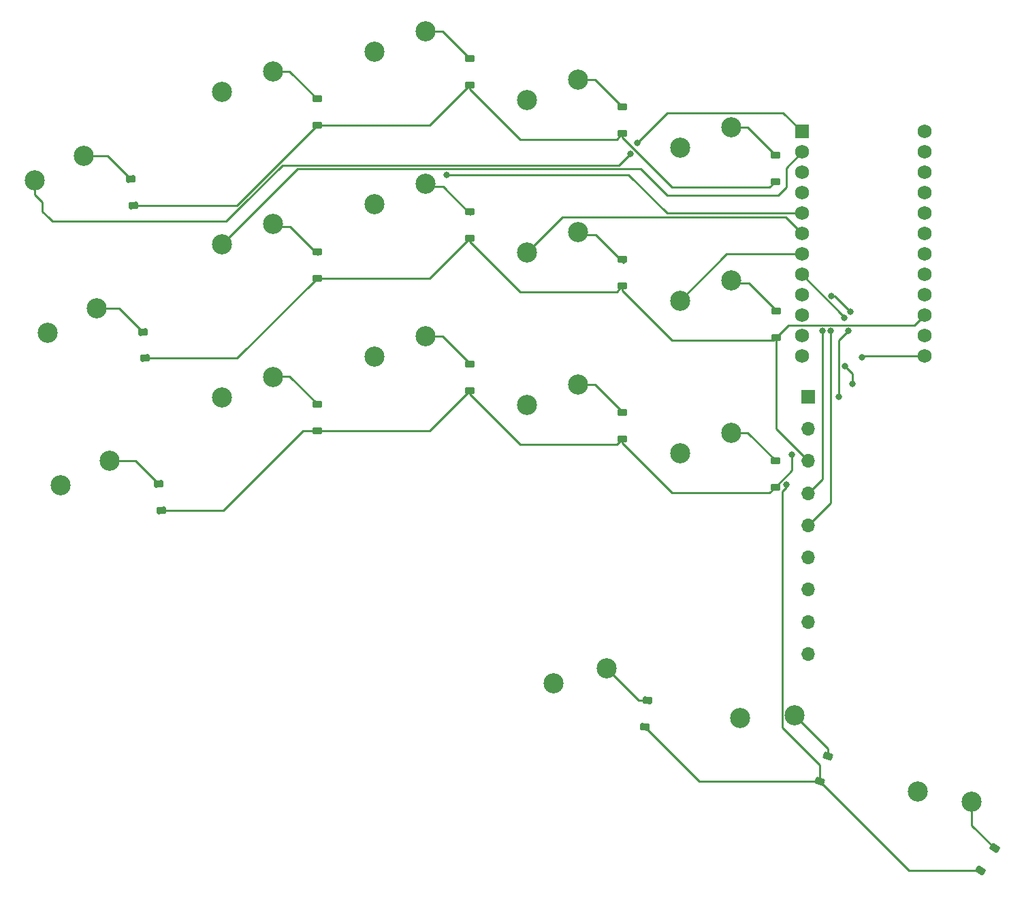
<source format=gbr>
%TF.GenerationSoftware,KiCad,Pcbnew,7.0.7*%
%TF.CreationDate,2023-09-27T07:47:07-06:00*%
%TF.ProjectId,keyboard - left,6b657962-6f61-4726-9420-2d206c656674,rev?*%
%TF.SameCoordinates,Original*%
%TF.FileFunction,Copper,L1,Top*%
%TF.FilePolarity,Positive*%
%FSLAX46Y46*%
G04 Gerber Fmt 4.6, Leading zero omitted, Abs format (unit mm)*
G04 Created by KiCad (PCBNEW 7.0.7) date 2023-09-27 07:47:07*
%MOMM*%
%LPD*%
G01*
G04 APERTURE LIST*
G04 Aperture macros list*
%AMRoundRect*
0 Rectangle with rounded corners*
0 $1 Rounding radius*
0 $2 $3 $4 $5 $6 $7 $8 $9 X,Y pos of 4 corners*
0 Add a 4 corners polygon primitive as box body*
4,1,4,$2,$3,$4,$5,$6,$7,$8,$9,$2,$3,0*
0 Add four circle primitives for the rounded corners*
1,1,$1+$1,$2,$3*
1,1,$1+$1,$4,$5*
1,1,$1+$1,$6,$7*
1,1,$1+$1,$8,$9*
0 Add four rect primitives between the rounded corners*
20,1,$1+$1,$2,$3,$4,$5,0*
20,1,$1+$1,$4,$5,$6,$7,0*
20,1,$1+$1,$6,$7,$8,$9,0*
20,1,$1+$1,$8,$9,$2,$3,0*%
G04 Aperture macros list end*
%TA.AperFunction,SMDPad,CuDef*%
%ADD10RoundRect,0.225000X0.375000X-0.225000X0.375000X0.225000X-0.375000X0.225000X-0.375000X-0.225000X0*%
%TD*%
%TA.AperFunction,ComponentPad*%
%ADD11C,2.500000*%
%TD*%
%TA.AperFunction,SMDPad,CuDef*%
%ADD12RoundRect,0.225000X0.393183X-0.191460X0.353963X0.256827X-0.393183X0.191460X-0.353963X-0.256827X0*%
%TD*%
%TA.AperFunction,SMDPad,CuDef*%
%ADD13RoundRect,0.225000X0.349427X-0.262966X0.396465X0.184569X-0.349427X0.262966X-0.396465X-0.184569X0*%
%TD*%
%TA.AperFunction,SMDPad,CuDef*%
%ADD14RoundRect,0.225000X0.281317X-0.334830X0.427822X0.090654X-0.281317X0.334830X-0.427822X-0.090654X0*%
%TD*%
%TA.AperFunction,ComponentPad*%
%ADD15R,1.700000X1.700000*%
%TD*%
%TA.AperFunction,ComponentPad*%
%ADD16O,1.700000X1.700000*%
%TD*%
%TA.AperFunction,ComponentPad*%
%ADD17R,1.752600X1.752600*%
%TD*%
%TA.AperFunction,ComponentPad*%
%ADD18C,1.752600*%
%TD*%
%TA.AperFunction,SMDPad,CuDef*%
%ADD19RoundRect,0.225000X0.198786X-0.389531X0.437250X-0.007909X-0.198786X0.389531X-0.437250X0.007909X0*%
%TD*%
%TA.AperFunction,ViaPad*%
%ADD20C,0.800000*%
%TD*%
%TA.AperFunction,Conductor*%
%ADD21C,0.250000*%
%TD*%
G04 APERTURE END LIST*
D10*
%TO.P,D14,1,K*%
%TO.N,R2*%
X88900000Y-97253631D03*
%TO.P,D14,2,A*%
%TO.N,Net-(D14-A)*%
X88900000Y-93953631D03*
%TD*%
%TO.P,D4,1,K*%
%TO.N,R4*%
X88900000Y-59253631D03*
%TO.P,D4,2,A*%
%TO.N,Net-(D4-A)*%
X88900000Y-55953631D03*
%TD*%
D11*
%TO.P,S8,1,1*%
%TO.N,C3*%
X58037381Y-68063631D03*
%TO.P,S8,2,2*%
%TO.N,Net-(D8-A)*%
X64387381Y-65523631D03*
%TD*%
%TO.P,S11,1,1*%
%TO.N,C4*%
X77037381Y-74063631D03*
%TO.P,S11,2,2*%
%TO.N,Net-(D9-A)*%
X83387381Y-71523631D03*
%TD*%
D12*
%TO.P,D6,1,K*%
%TO.N,R3*%
X29526764Y-87221459D03*
%TO.P,D6,2,A*%
%TO.N,Net-(D6-A)*%
X29239150Y-83934017D03*
%TD*%
D13*
%TO.P,D16,1,K*%
%TO.N,R1*%
X91681177Y-133075024D03*
%TO.P,D16,2,A*%
%TO.N,Net-(D16-A)*%
X92026121Y-129793102D03*
%TD*%
D11*
%TO.P,S2,1,1*%
%TO.N,C1*%
X17394293Y-84076908D03*
%TO.P,S2,2,2*%
%TO.N,Net-(D6-A)*%
X23498753Y-80993134D03*
%TD*%
D10*
%TO.P,D7,1,K*%
%TO.N,R3*%
X50900000Y-77253631D03*
%TO.P,D7,2,A*%
%TO.N,Net-(D7-A)*%
X50900000Y-73953631D03*
%TD*%
D11*
%TO.P,S5,1,1*%
%TO.N,C2*%
X39037381Y-73063631D03*
%TO.P,S5,2,2*%
%TO.N,Net-(D7-A)*%
X45387381Y-70523631D03*
%TD*%
D10*
%TO.P,D13,1,K*%
%TO.N,R2*%
X69900000Y-91253631D03*
%TO.P,D13,2,A*%
%TO.N,Net-(D13-A)*%
X69900000Y-87953631D03*
%TD*%
D12*
%TO.P,D1,1,K*%
%TO.N,R4*%
X28043807Y-68243721D03*
%TO.P,D1,2,A*%
%TO.N,Net-(D1-A)*%
X27756193Y-64956279D03*
%TD*%
D11*
%TO.P,S6,1,1*%
%TO.N,C2*%
X39037381Y-92063631D03*
%TO.P,S6,2,2*%
%TO.N,Net-(D12-A)*%
X45387381Y-89523631D03*
%TD*%
D14*
%TO.P,D17,1,K*%
%TO.N,R1*%
X113373789Y-139835406D03*
%TO.P,D17,2,A*%
%TO.N,Net-(D17-A)*%
X114448163Y-136715194D03*
%TD*%
D10*
%TO.P,D5,1,K*%
%TO.N,R4*%
X107900000Y-65250000D03*
%TO.P,D5,2,A*%
%TO.N,Net-(D5-A)*%
X107900000Y-61950000D03*
%TD*%
D11*
%TO.P,S1,1,1*%
%TO.N,C1*%
X15757016Y-65107143D03*
%TO.P,S1,2,2*%
%TO.N,Net-(D1-A)*%
X21861476Y-62023369D03*
%TD*%
%TO.P,S7,1,1*%
%TO.N,C3*%
X58037381Y-49063631D03*
%TO.P,S7,2,2*%
%TO.N,Net-(D3-A)*%
X64387381Y-46523631D03*
%TD*%
%TO.P,S16,1,1*%
%TO.N,C3*%
X80318702Y-127667700D03*
%TO.P,S16,2,2*%
%TO.N,Net-(D16-A)*%
X86899418Y-125805370D03*
%TD*%
%TO.P,S10,1,1*%
%TO.N,C4*%
X77037381Y-55063631D03*
%TO.P,S10,2,2*%
%TO.N,Net-(D4-A)*%
X83387381Y-52523631D03*
%TD*%
%TO.P,S18,1,1*%
%TO.N,C5*%
X125590908Y-141162005D03*
%TO.P,S18,2,2*%
%TO.N,Net-(D18-A)*%
X132322008Y-142372951D03*
%TD*%
%TO.P,S4,1,1*%
%TO.N,C2*%
X39037381Y-54063631D03*
%TO.P,S4,2,2*%
%TO.N,Net-(D2-A)*%
X45387381Y-51523631D03*
%TD*%
D10*
%TO.P,D15,1,K*%
%TO.N,R2*%
X107900000Y-103253631D03*
%TO.P,D15,2,A*%
%TO.N,Net-(D15-A)*%
X107900000Y-99953631D03*
%TD*%
%TO.P,D10,1,K*%
%TO.N,R3*%
X108000000Y-84650000D03*
%TO.P,D10,2,A*%
%TO.N,Net-(D10-A)*%
X108000000Y-81350000D03*
%TD*%
D11*
%TO.P,S17,1,1*%
%TO.N,C4*%
X103485469Y-131999153D03*
%TO.P,S17,2,2*%
%TO.N,Net-(D17-A)*%
X110316455Y-131664894D03*
%TD*%
D15*
%TO.P,J1,1,Pin_1*%
%TO.N,R1*%
X112000000Y-92000000D03*
D16*
%TO.P,J1,2,Pin_2*%
%TO.N,R2*%
X112000000Y-96000000D03*
%TO.P,J1,3,Pin_3*%
%TO.N,R3*%
X112000000Y-100000000D03*
%TO.P,J1,4,Pin_4*%
%TO.N,R4*%
X112000000Y-104000000D03*
%TO.P,J1,5,Pin_5*%
%TO.N,C6*%
X112000000Y-108000000D03*
%TO.P,J1,6,Pin_6*%
%TO.N,C7*%
X112000000Y-112000000D03*
%TO.P,J1,7,Pin_7*%
%TO.N,C8*%
X112000000Y-116000000D03*
%TO.P,J1,8,Pin_8*%
%TO.N,C9*%
X112000000Y-120000000D03*
%TO.P,J1,9,Pin_9*%
%TO.N,C10*%
X112000000Y-124000000D03*
%TD*%
D10*
%TO.P,D12,1,K*%
%TO.N,R2*%
X50900000Y-96250000D03*
%TO.P,D12,2,A*%
%TO.N,Net-(D12-A)*%
X50900000Y-92950000D03*
%TD*%
%TO.P,D8,1,K*%
%TO.N,R3*%
X69900000Y-72253631D03*
%TO.P,D8,2,A*%
%TO.N,Net-(D8-A)*%
X69900000Y-68953631D03*
%TD*%
D11*
%TO.P,S3,1,1*%
%TO.N,C1*%
X19042924Y-103065448D03*
%TO.P,S3,2,2*%
%TO.N,Net-(D11-A)*%
X25147384Y-99981674D03*
%TD*%
%TO.P,S14,1,1*%
%TO.N,C5*%
X96037381Y-80063631D03*
%TO.P,S14,2,2*%
%TO.N,Net-(D10-A)*%
X102387381Y-77523631D03*
%TD*%
D10*
%TO.P,D2,1,K*%
%TO.N,R4*%
X50900000Y-58250000D03*
%TO.P,D2,2,A*%
%TO.N,Net-(D2-A)*%
X50900000Y-54950000D03*
%TD*%
%TO.P,D9,1,K*%
%TO.N,R3*%
X88900000Y-78253631D03*
%TO.P,D9,2,A*%
%TO.N,Net-(D9-A)*%
X88900000Y-74953631D03*
%TD*%
D17*
%TO.P,U2,1,TX0/PD3*%
%TO.N,C1*%
X111180000Y-59030000D03*
D18*
%TO.P,U2,2,RX1/PD2*%
%TO.N,C2*%
X111180000Y-61570000D03*
%TO.P,U2,3,GND*%
%TO.N,N/C*%
X111180000Y-64110000D03*
%TO.P,U2,4,GND*%
X111180000Y-66650000D03*
%TO.P,U2,5,2/PD1*%
%TO.N,C3*%
X111180000Y-69190000D03*
%TO.P,U2,6,3/PD0*%
%TO.N,C4*%
X111180000Y-71730000D03*
%TO.P,U2,7,4/PD4*%
%TO.N,C5*%
X111180000Y-74270000D03*
%TO.P,U2,8,5/PC6*%
%TO.N,C6*%
X111180000Y-76810000D03*
%TO.P,U2,9,6/PD7*%
%TO.N,C7*%
X111180000Y-79350000D03*
%TO.P,U2,10,7/PE6*%
%TO.N,C8*%
X111180000Y-81890000D03*
%TO.P,U2,11,8/PB4*%
%TO.N,C9*%
X111180000Y-84430000D03*
%TO.P,U2,12,9/PB5*%
%TO.N,C10*%
X111180000Y-86970000D03*
%TO.P,U2,13,10/PB6*%
%TO.N,R1*%
X126420000Y-86970000D03*
%TO.P,U2,14,16/PB2*%
%TO.N,R2*%
X126420000Y-84430000D03*
%TO.P,U2,15,14/PB3*%
%TO.N,R3*%
X126420000Y-81890000D03*
%TO.P,U2,16,15/PB1*%
%TO.N,R4*%
X126420000Y-79350000D03*
%TO.P,U2,17,A0/PF7*%
%TO.N,N/C*%
X126420000Y-76810000D03*
%TO.P,U2,18,A1/PF6*%
X126420000Y-74270000D03*
%TO.P,U2,19,A2/PF5*%
X126420000Y-71730000D03*
%TO.P,U2,20,A3/PF4*%
X126420000Y-69190000D03*
%TO.P,U2,21,VCC*%
X126420000Y-66650000D03*
%TO.P,U2,22,RST*%
%TO.N,unconnected-(U2-RST-Pad22)*%
X126420000Y-64110000D03*
%TO.P,U2,23,GND*%
%TO.N,N/C*%
X126420000Y-61570000D03*
%TO.P,U2,24,B0*%
X126420000Y-59030000D03*
%TD*%
D11*
%TO.P,S13,1,1*%
%TO.N,C5*%
X96037381Y-61063631D03*
%TO.P,S13,2,2*%
%TO.N,Net-(D5-A)*%
X102387381Y-58523631D03*
%TD*%
D19*
%TO.P,D18,1,K*%
%TO.N,R1*%
X133385994Y-150973673D03*
%TO.P,D18,2,A*%
%TO.N,Net-(D18-A)*%
X135134728Y-148175115D03*
%TD*%
D12*
%TO.P,D11,1,K*%
%TO.N,R2*%
X31523100Y-106179579D03*
%TO.P,D11,2,A*%
%TO.N,Net-(D11-A)*%
X31235486Y-102892137D03*
%TD*%
D10*
%TO.P,D3,1,K*%
%TO.N,R4*%
X69900000Y-53253631D03*
%TO.P,D3,2,A*%
%TO.N,Net-(D3-A)*%
X69900000Y-49953631D03*
%TD*%
D11*
%TO.P,S12,1,1*%
%TO.N,C4*%
X77037381Y-93063631D03*
%TO.P,S12,2,2*%
%TO.N,Net-(D14-A)*%
X83387381Y-90523631D03*
%TD*%
%TO.P,S9,1,1*%
%TO.N,C3*%
X58037381Y-87063631D03*
%TO.P,S9,2,2*%
%TO.N,Net-(D13-A)*%
X64387381Y-84523631D03*
%TD*%
%TO.P,S15,1,1*%
%TO.N,C5*%
X96037381Y-99063631D03*
%TO.P,S15,2,2*%
%TO.N,Net-(D15-A)*%
X102387381Y-96523631D03*
%TD*%
D20*
%TO.N,R4*%
X113723227Y-83815800D03*
X107900000Y-65250000D03*
%TO.N,R2*%
X109973227Y-99199079D03*
%TO.N,R1*%
X109226189Y-102952041D03*
X118648734Y-87124586D03*
%TO.N,C6*%
X114793887Y-83815800D03*
X116473227Y-82199079D03*
%TO.N,C7*%
X114876065Y-79481467D03*
X115798333Y-92024185D03*
X117223227Y-81449079D03*
X116973227Y-83815800D03*
%TO.N,C10*%
X116522833Y-88199079D03*
X117473227Y-90449079D03*
%TO.N,C1*%
X89873854Y-61798452D03*
X90723227Y-60449079D03*
%TO.N,C3*%
X66973227Y-64373579D03*
%TD*%
D21*
%TO.N,R4*%
X88175000Y-59978631D02*
X88900000Y-59253631D01*
X88900000Y-59800000D02*
X95078631Y-65978631D01*
X95078631Y-65978631D02*
X107171369Y-65978631D01*
X88900000Y-59253631D02*
X88900000Y-59800000D01*
X28043807Y-68243721D02*
X40906279Y-68243721D01*
X50900000Y-58250000D02*
X64903631Y-58250000D01*
X64903631Y-58250000D02*
X69900000Y-53253631D01*
X107171369Y-65978631D02*
X107900000Y-65250000D01*
X40906279Y-68243721D02*
X50900000Y-58250000D01*
X69900000Y-53752008D02*
X76126623Y-59978631D01*
X113723227Y-102276773D02*
X113723227Y-84699079D01*
X76126623Y-59978631D02*
X88175000Y-59978631D01*
X69900000Y-53253631D02*
X69900000Y-53752008D01*
X113723227Y-84699079D02*
X113723227Y-83815800D01*
X112000000Y-104000000D02*
X113723227Y-102276773D01*
%TO.N,Net-(D1-A)*%
X21861476Y-62023369D02*
X24823283Y-62023369D01*
X24823283Y-62023369D02*
X27756193Y-64956279D01*
%TO.N,Net-(D2-A)*%
X45387381Y-51523631D02*
X47473631Y-51523631D01*
X47473631Y-51523631D02*
X50900000Y-54950000D01*
%TO.N,Net-(D3-A)*%
X66470000Y-46523631D02*
X69900000Y-49953631D01*
X64387381Y-46523631D02*
X66470000Y-46523631D01*
%TO.N,Net-(D4-A)*%
X83387381Y-52523631D02*
X85470000Y-52523631D01*
X85470000Y-52523631D02*
X88900000Y-55953631D01*
%TO.N,Net-(D5-A)*%
X102387381Y-58523631D02*
X104473631Y-58523631D01*
X104473631Y-58523631D02*
X107900000Y-61950000D01*
%TO.N,R3*%
X88900000Y-78253631D02*
X88900000Y-78800000D01*
X76178631Y-78978631D02*
X88175000Y-78978631D01*
X64900000Y-77253631D02*
X69900000Y-72253631D01*
X108000000Y-84650000D02*
X109558700Y-83091300D01*
X125218700Y-83091300D02*
X126420000Y-81890000D01*
X69900000Y-72253631D02*
X69900000Y-72700000D01*
X88900000Y-78800000D02*
X95078631Y-84978631D01*
X88175000Y-78978631D02*
X88900000Y-78253631D01*
X107671369Y-84978631D02*
X108000000Y-84650000D01*
X69900000Y-72700000D02*
X76178631Y-78978631D01*
X108000000Y-84650000D02*
X108000000Y-96000000D01*
X108000000Y-96000000D02*
X112000000Y-100000000D01*
X29526764Y-87221459D02*
X40932172Y-87221459D01*
X50900000Y-77253631D02*
X64900000Y-77253631D01*
X40932172Y-87221459D02*
X50900000Y-77253631D01*
X109558700Y-83091300D02*
X125218700Y-83091300D01*
X95078631Y-84978631D02*
X107671369Y-84978631D01*
%TO.N,Net-(D6-A)*%
X26298267Y-80993134D02*
X29239150Y-83934017D01*
X23498753Y-80993134D02*
X26298267Y-80993134D01*
%TO.N,Net-(D7-A)*%
X45487381Y-70873631D02*
X47573631Y-70873631D01*
X47573631Y-70873631D02*
X51000000Y-74300000D01*
%TO.N,Net-(D8-A)*%
X66570000Y-65873631D02*
X70000000Y-69303631D01*
X64487381Y-65873631D02*
X66570000Y-65873631D01*
%TO.N,Net-(D9-A)*%
X85570000Y-71873631D02*
X89000000Y-75303631D01*
X83487381Y-71873631D02*
X85570000Y-71873631D01*
%TO.N,Net-(D10-A)*%
X104573631Y-77873631D02*
X108000000Y-81300000D01*
X102487381Y-77873631D02*
X104573631Y-77873631D01*
%TO.N,R2*%
X109973227Y-101180404D02*
X109973227Y-99199079D01*
X49150000Y-96250000D02*
X50900000Y-96250000D01*
X107175000Y-103978631D02*
X107900000Y-103253631D01*
X76178631Y-97978631D02*
X88175000Y-97978631D01*
X95078631Y-103978631D02*
X107175000Y-103978631D01*
X50900000Y-96250000D02*
X64903631Y-96250000D01*
X88900000Y-97253631D02*
X88900000Y-97800000D01*
X88900000Y-97800000D02*
X95078631Y-103978631D01*
X107900000Y-103253631D02*
X109973227Y-101180404D01*
X64903631Y-96250000D02*
X69900000Y-91253631D01*
X69900000Y-91700000D02*
X76178631Y-97978631D01*
X39220421Y-106179579D02*
X49150000Y-96250000D01*
X31523100Y-106179579D02*
X39220421Y-106179579D01*
X88175000Y-97978631D02*
X88900000Y-97253631D01*
X69900000Y-91253631D02*
X69900000Y-91700000D01*
%TO.N,Net-(D11-A)*%
X28325023Y-99981674D02*
X31235486Y-102892137D01*
X25147384Y-99981674D02*
X28325023Y-99981674D01*
%TO.N,Net-(D12-A)*%
X47473631Y-89473631D02*
X50900000Y-92900000D01*
X45387381Y-89473631D02*
X47473631Y-89473631D01*
%TO.N,Net-(D13-A)*%
X66470000Y-84473631D02*
X69900000Y-87903631D01*
X64387381Y-84473631D02*
X66470000Y-84473631D01*
%TO.N,Net-(D14-A)*%
X85470000Y-90473631D02*
X88900000Y-93903631D01*
X83387381Y-90473631D02*
X85470000Y-90473631D01*
%TO.N,Net-(D15-A)*%
X102387381Y-96473631D02*
X104473631Y-96473631D01*
X104473631Y-96473631D02*
X107900000Y-99900000D01*
%TO.N,R1*%
X124512056Y-150973673D02*
X133385994Y-150973673D01*
X91681177Y-133075024D02*
X98441559Y-139835406D01*
X109226189Y-103305259D02*
X109226189Y-102952041D01*
X113373789Y-139835406D02*
X124512056Y-150973673D01*
X98441559Y-139835406D02*
X113373789Y-139835406D01*
X118803320Y-86970000D02*
X126420000Y-86970000D01*
X113373789Y-139835406D02*
X113373789Y-137836907D01*
X108741455Y-133204573D02*
X108741455Y-103789993D01*
X108741455Y-103789993D02*
X109226189Y-103305259D01*
X118648734Y-87124586D02*
X118803320Y-86970000D01*
X113373789Y-137836907D02*
X108741455Y-133204573D01*
%TO.N,Net-(D16-A)*%
X86899418Y-125805370D02*
X90887150Y-129793102D01*
X90887150Y-129793102D02*
X92026121Y-129793102D01*
%TO.N,Net-(D17-A)*%
X114448163Y-135796602D02*
X114448163Y-136715194D01*
X110316455Y-131664894D02*
X114448163Y-135796602D01*
%TO.N,Net-(D18-A)*%
X132322008Y-145362395D02*
X135134728Y-148175115D01*
X132322008Y-142372951D02*
X132322008Y-145362395D01*
%TO.N,C6*%
X114793887Y-105206113D02*
X114793887Y-83815800D01*
X116473227Y-82103227D02*
X111180000Y-76810000D01*
X116473227Y-82199079D02*
X116473227Y-82103227D01*
X112000000Y-108000000D02*
X114793887Y-105206113D01*
%TO.N,C7*%
X115255615Y-79481467D02*
X117223227Y-81449079D01*
X114876065Y-79481467D02*
X115255615Y-79481467D01*
X115798333Y-84990694D02*
X116973227Y-83815800D01*
X115798333Y-92024185D02*
X115798333Y-84990694D01*
%TO.N,C10*%
X117473227Y-89149473D02*
X116522833Y-88199079D01*
X117473227Y-90449079D02*
X117473227Y-89149473D01*
%TO.N,C1*%
X46587317Y-63199079D02*
X69223227Y-63199079D01*
X16723227Y-67841120D02*
X16723227Y-68949079D01*
X94473227Y-56699079D02*
X108849079Y-56699079D01*
X108849079Y-56699079D02*
X111180000Y-59030000D01*
X16723227Y-68949079D02*
X17454562Y-69680414D01*
X41780272Y-68006124D02*
X46587317Y-63199079D01*
X39587317Y-70199079D02*
X41780272Y-68006124D01*
X88473227Y-63199079D02*
X89873854Y-61798452D01*
X15757016Y-66874909D02*
X16723227Y-67841120D01*
X15757016Y-65107143D02*
X15757016Y-66874909D01*
X69223227Y-63199079D02*
X88473227Y-63199079D01*
X17454562Y-69680414D02*
X17973227Y-70199079D01*
X17973227Y-70199079D02*
X39587317Y-70199079D01*
X90723227Y-60449079D02*
X94473227Y-56699079D01*
%TO.N,C2*%
X109223227Y-65949079D02*
X109223227Y-63526773D01*
X39037381Y-73063631D02*
X48451933Y-63649079D01*
X108223227Y-66949079D02*
X109223227Y-65949079D01*
X48451933Y-63649079D02*
X91173227Y-63649079D01*
X94473227Y-66949079D02*
X108223227Y-66949079D01*
X91173227Y-63649079D02*
X94473227Y-66949079D01*
X109223227Y-63526773D02*
X111180000Y-61570000D01*
%TO.N,C3*%
X66973227Y-64373579D02*
X89647727Y-64373579D01*
X94464148Y-69190000D02*
X111180000Y-69190000D01*
X89647727Y-64373579D02*
X94464148Y-69190000D01*
%TO.N,C4*%
X77037381Y-74063631D02*
X81401933Y-69699079D01*
X81401933Y-69699079D02*
X109149079Y-69699079D01*
X109149079Y-69699079D02*
X111180000Y-71730000D01*
%TO.N,C5*%
X101831012Y-74270000D02*
X111180000Y-74270000D01*
X96037381Y-80063631D02*
X101831012Y-74270000D01*
%TD*%
M02*

</source>
